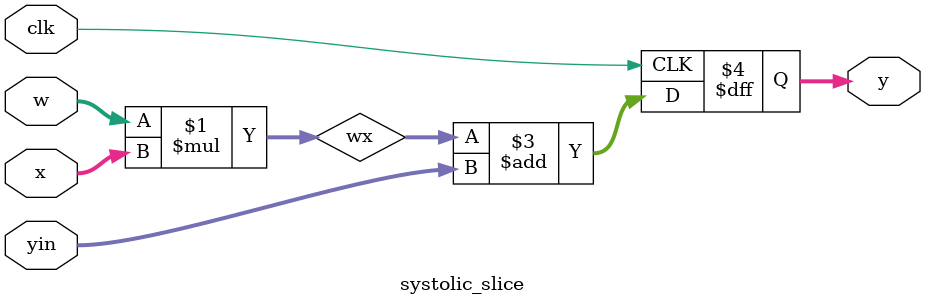
<source format=v>
module systolic_slice #( parameter WIDTH = 8 )//Data WIDTH
(
  input signed [WIDTH-1:0] x, w,
  input clk,
  output reg signed [2*WIDTH-1:0] y,
  input signed [2*WIDTH-1:0] yin
  );

  wire signed [2*WIDTH-1:0] wx;
  assign wx = w*x; //Multiply two registers??? Signed multiplication!

  always @(posedge clk) //D-Flip-Flops activate!
  begin
    y <= wx + yin; //The weight is multiplied by the input, and summed with the yin and passed to y
  end

endmodule

</source>
